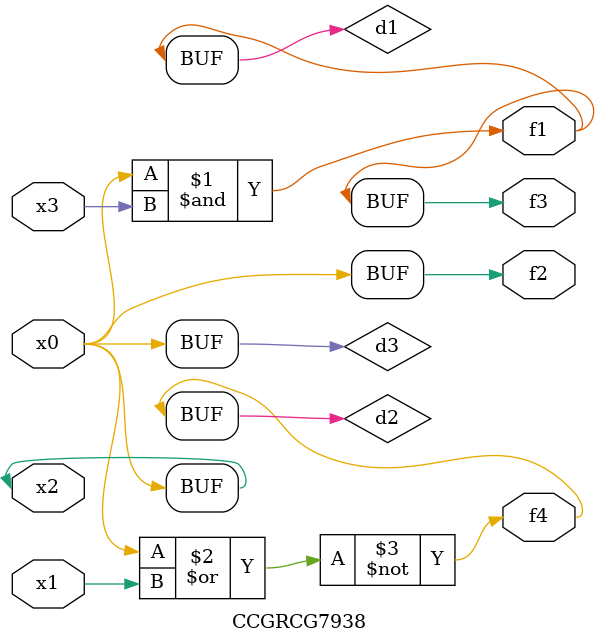
<source format=v>
module CCGRCG7938(
	input x0, x1, x2, x3,
	output f1, f2, f3, f4
);

	wire d1, d2, d3;

	and (d1, x2, x3);
	nor (d2, x0, x1);
	buf (d3, x0, x2);
	assign f1 = d1;
	assign f2 = d3;
	assign f3 = d1;
	assign f4 = d2;
endmodule

</source>
